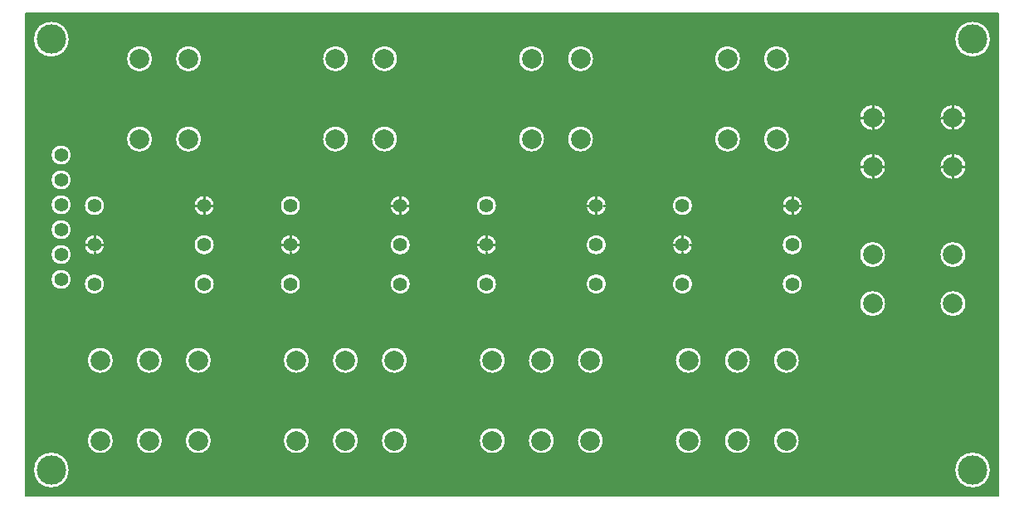
<source format=gbl>
G04 Layer: BottomLayer*
G04 EasyEDA Pro v2.2.35.2, 2025-01-10 12:23:15*
G04 Gerber Generator version 0.3*
G04 Scale: 100 percent, Rotated: No, Reflected: No*
G04 Dimensions in millimeters*
G04 Leading zeros omitted, absolute positions, 4 integers and 5 decimals*
%FSLAX45Y45*%
%MOMM*%
%ADD10C,0.2032*%
%ADD11C,0.254*%
%ADD12C,3.0*%
%ADD13C,1.4*%
%ADD14C,2.0*%
G75*


G04 Copper Start*
G36*
G01X9964186Y4964186D02*
G01X9964186Y35814D01*
G01X35814Y35814D01*
G01X35814Y4964186D01*
G01X9964186Y4964186D01*
G37*
%LPC*%
G36*
G01X114186Y4700000D02*
G03X485814Y4700000I185814J0D01*
G03X114186Y4700000I-185814J0D01*
G37*
G36*
G01X114186Y300000D02*
G03X485814Y300000I185814J0D01*
G03X114186Y300000I-185814J0D01*
G37*
G36*
G01X294186Y3262000D02*
G03X505814Y3262000I105814J0D01*
G03X294186Y3262000I-105814J0D01*
G37*
G36*
G01X294186Y2500000D02*
G03X505814Y2500000I105814J0D01*
G03X294186Y2500000I-105814J0D01*
G37*
G36*
G01X294186Y2754000D02*
G03X505814Y2754000I105814J0D01*
G03X294186Y2754000I-105814J0D01*
G37*
G36*
G01X294186Y3008000D02*
G03X505814Y3008000I105814J0D01*
G03X294186Y3008000I-105814J0D01*
G37*
G36*
G01X294186Y3516000D02*
G03X505814Y3516000I105814J0D01*
G03X294186Y3516000I-105814J0D01*
G37*
G36*
G01X294186Y2246000D02*
G03X505814Y2246000I105814J0D01*
G03X294186Y2246000I-105814J0D01*
G37*
G36*
G01X634192Y2200000D02*
G03X845820Y2200000I105814J0D01*
G03X634192Y2200000I-105814J0D01*
G37*
G36*
G01X634192Y2600000D02*
G03X845820Y2600000I105814J0D01*
G03X634192Y2600000I-105814J0D01*
G37*
G36*
G01X634192Y3000000D02*
G03X845820Y3000000I105814J0D01*
G03X634192Y3000000I-105814J0D01*
G37*
G36*
G01X664186Y1420000D02*
G03X935814Y1420000I135814J0D01*
G03X664186Y1420000I-135814J0D01*
G37*
G36*
G01X664186Y600000D02*
G03X935814Y600000I135814J0D01*
G03X664186Y600000I-135814J0D01*
G37*
G36*
G01X1335814Y4500000D02*
G03X1064186Y4500000I-135814J0D01*
G03X1335814Y4500000I135814J0D01*
G37*
G36*
G01X1335814Y3680000D02*
G03X1064186Y3680000I-135814J0D01*
G03X1335814Y3680000I135814J0D01*
G37*
G36*
G01X1164186Y1420000D02*
G03X1435814Y1420000I135814J0D01*
G03X1164186Y1420000I-135814J0D01*
G37*
G36*
G01X1164186Y600000D02*
G03X1435814Y600000I135814J0D01*
G03X1164186Y600000I-135814J0D01*
G37*
G36*
G01X1835814Y4500000D02*
G03X1564186Y4500000I-135814J0D01*
G03X1835814Y4500000I135814J0D01*
G37*
G36*
G01X1835814Y3680000D02*
G03X1564186Y3680000I-135814J0D01*
G03X1835814Y3680000I135814J0D01*
G37*
G36*
G01X1664186Y1420000D02*
G03X1935814Y1420000I135814J0D01*
G03X1664186Y1420000I-135814J0D01*
G37*
G36*
G01X1664186Y600000D02*
G03X1935814Y600000I135814J0D01*
G03X1664186Y600000I-135814J0D01*
G37*
G36*
G01X1965808Y2600000D02*
G03X1754180Y2600000I-105814J0D01*
G03X1965808Y2600000I105814J0D01*
G37*
G36*
G01X1965808Y3000000D02*
G03X1754180Y3000000I-105814J0D01*
G03X1965808Y3000000I105814J0D01*
G37*
G36*
G01X1965808Y2200000D02*
G03X1754180Y2200000I-105814J0D01*
G03X1965808Y2200000I105814J0D01*
G37*
G36*
G01X2634192Y2600000D02*
G03X2845820Y2600000I105814J0D01*
G03X2634192Y2600000I-105814J0D01*
G37*
G36*
G01X2634192Y3000000D02*
G03X2845820Y3000000I105814J0D01*
G03X2634192Y3000000I-105814J0D01*
G37*
G36*
G01X2634192Y2200000D02*
G03X2845820Y2200000I105814J0D01*
G03X2634192Y2200000I-105814J0D01*
G37*
G36*
G01X2664186Y1420000D02*
G03X2935814Y1420000I135814J0D01*
G03X2664186Y1420000I-135814J0D01*
G37*
G36*
G01X2664186Y600000D02*
G03X2935814Y600000I135814J0D01*
G03X2664186Y600000I-135814J0D01*
G37*
G36*
G01X3335814Y4500000D02*
G03X3064186Y4500000I-135814J0D01*
G03X3335814Y4500000I135814J0D01*
G37*
G36*
G01X3335814Y3680000D02*
G03X3064186Y3680000I-135814J0D01*
G03X3335814Y3680000I135814J0D01*
G37*
G36*
G01X3164186Y1420000D02*
G03X3435814Y1420000I135814J0D01*
G03X3164186Y1420000I-135814J0D01*
G37*
G36*
G01X3164186Y600000D02*
G03X3435814Y600000I135814J0D01*
G03X3164186Y600000I-135814J0D01*
G37*
G36*
G01X3835814Y4500000D02*
G03X3564186Y4500000I-135814J0D01*
G03X3835814Y4500000I135814J0D01*
G37*
G36*
G01X3835814Y3680000D02*
G03X3564186Y3680000I-135814J0D01*
G03X3835814Y3680000I135814J0D01*
G37*
G36*
G01X3664186Y1420000D02*
G03X3935814Y1420000I135814J0D01*
G03X3664186Y1420000I-135814J0D01*
G37*
G36*
G01X3664186Y600000D02*
G03X3935814Y600000I135814J0D01*
G03X3664186Y600000I-135814J0D01*
G37*
G36*
G01X3965808Y2600000D02*
G03X3754180Y2600000I-105814J0D01*
G03X3965808Y2600000I105814J0D01*
G37*
G36*
G01X3965808Y3000000D02*
G03X3754180Y3000000I-105814J0D01*
G03X3965808Y3000000I105814J0D01*
G37*
G36*
G01X3965808Y2200000D02*
G03X3754180Y2200000I-105814J0D01*
G03X3965808Y2200000I105814J0D01*
G37*
G36*
G01X4634192Y3000000D02*
G03X4845820Y3000000I105814J0D01*
G03X4634192Y3000000I-105814J0D01*
G37*
G36*
G01X4634192Y2600000D02*
G03X4845820Y2600000I105814J0D01*
G03X4634192Y2600000I-105814J0D01*
G37*
G36*
G01X4634192Y2200000D02*
G03X4845820Y2200000I105814J0D01*
G03X4634192Y2200000I-105814J0D01*
G37*
G36*
G01X4664186Y1420000D02*
G03X4935814Y1420000I135814J0D01*
G03X4664186Y1420000I-135814J0D01*
G37*
G36*
G01X4664186Y600000D02*
G03X4935814Y600000I135814J0D01*
G03X4664186Y600000I-135814J0D01*
G37*
G36*
G01X5335814Y3680000D02*
G03X5064186Y3680000I-135814J0D01*
G03X5335814Y3680000I135814J0D01*
G37*
G36*
G01X5335814Y4500000D02*
G03X5064186Y4500000I-135814J0D01*
G03X5335814Y4500000I135814J0D01*
G37*
G36*
G01X5164186Y1420000D02*
G03X5435814Y1420000I135814J0D01*
G03X5164186Y1420000I-135814J0D01*
G37*
G36*
G01X5164186Y600000D02*
G03X5435814Y600000I135814J0D01*
G03X5164186Y600000I-135814J0D01*
G37*
G36*
G01X5835814Y4500000D02*
G03X5564186Y4500000I-135814J0D01*
G03X5835814Y4500000I135814J0D01*
G37*
G36*
G01X5835814Y3680000D02*
G03X5564186Y3680000I-135814J0D01*
G03X5835814Y3680000I135814J0D01*
G37*
G36*
G01X5664186Y1420000D02*
G03X5935814Y1420000I135814J0D01*
G03X5664186Y1420000I-135814J0D01*
G37*
G36*
G01X5664186Y600000D02*
G03X5935814Y600000I135814J0D01*
G03X5664186Y600000I-135814J0D01*
G37*
G36*
G01X5965808Y3000000D02*
G03X5754180Y3000000I-105814J0D01*
G03X5965808Y3000000I105814J0D01*
G37*
G36*
G01X5965808Y2600000D02*
G03X5754180Y2600000I-105814J0D01*
G03X5965808Y2600000I105814J0D01*
G37*
G36*
G01X5965808Y2200000D02*
G03X5754180Y2200000I-105814J0D01*
G03X5965808Y2200000I105814J0D01*
G37*
G36*
G01X6634192Y3000000D02*
G03X6845820Y3000000I105814J0D01*
G03X6634192Y3000000I-105814J0D01*
G37*
G36*
G01X6634192Y2600000D02*
G03X6845820Y2600000I105814J0D01*
G03X6634192Y2600000I-105814J0D01*
G37*
G36*
G01X6634192Y2200000D02*
G03X6845820Y2200000I105814J0D01*
G03X6634192Y2200000I-105814J0D01*
G37*
G36*
G01X6664186Y1420000D02*
G03X6935814Y1420000I135814J0D01*
G03X6664186Y1420000I-135814J0D01*
G37*
G36*
G01X6664186Y600000D02*
G03X6935814Y600000I135814J0D01*
G03X6664186Y600000I-135814J0D01*
G37*
G36*
G01X7335814Y4500000D02*
G03X7064186Y4500000I-135814J0D01*
G03X7335814Y4500000I135814J0D01*
G37*
G36*
G01X7335814Y3680000D02*
G03X7064186Y3680000I-135814J0D01*
G03X7335814Y3680000I135814J0D01*
G37*
G36*
G01X7164186Y1420000D02*
G03X7435814Y1420000I135814J0D01*
G03X7164186Y1420000I-135814J0D01*
G37*
G36*
G01X7164186Y600000D02*
G03X7435814Y600000I135814J0D01*
G03X7164186Y600000I-135814J0D01*
G37*
G36*
G01X7835814Y4500000D02*
G03X7564186Y4500000I-135814J0D01*
G03X7835814Y4500000I135814J0D01*
G37*
G36*
G01X7835814Y3680000D02*
G03X7564186Y3680000I-135814J0D01*
G03X7835814Y3680000I135814J0D01*
G37*
G36*
G01X7664186Y1420000D02*
G03X7935814Y1420000I135814J0D01*
G03X7664186Y1420000I-135814J0D01*
G37*
G36*
G01X7664186Y600000D02*
G03X7935814Y600000I135814J0D01*
G03X7664186Y600000I-135814J0D01*
G37*
G36*
G01X7965808Y3000000D02*
G03X7754180Y3000000I-105814J0D01*
G03X7965808Y3000000I105814J0D01*
G37*
G36*
G01X7965808Y2600000D02*
G03X7754180Y2600000I-105814J0D01*
G03X7965808Y2600000I105814J0D01*
G37*
G36*
G01X7965808Y2200000D02*
G03X7754180Y2200000I-105814J0D01*
G03X7965808Y2200000I105814J0D01*
G37*
G36*
G01X8680000Y3264186D02*
G03X8680000Y3535814I0J135814D01*
G03X8680000Y3264186I0J-135814D01*
G37*
G36*
G01X8680000Y2364186D02*
G03X8680000Y2635814I0J135814D01*
G03X8680000Y2364186I0J-135814D01*
G37*
G36*
G01X8680000Y3764186D02*
G03X8680000Y4035814I0J135814D01*
G03X8680000Y3764186I0J-135814D01*
G37*
G36*
G01X8680000Y1864186D02*
G03X8680000Y2135814I0J135814D01*
G03X8680000Y1864186I0J-135814D01*
G37*
G36*
G01X9500000Y3264186D02*
G03X9500000Y3535814I0J135814D01*
G03X9500000Y3264186I0J-135814D01*
G37*
G36*
G01X9500000Y2364186D02*
G03X9500000Y2635814I0J135814D01*
G03X9500000Y2364186I0J-135814D01*
G37*
G36*
G01X9500000Y3764186D02*
G03X9500000Y4035814I0J135814D01*
G03X9500000Y3764186I0J-135814D01*
G37*
G36*
G01X9500000Y1864186D02*
G03X9500000Y2135814I0J135814D01*
G03X9500000Y1864186I0J-135814D01*
G37*
G36*
G01X9514186Y4700000D02*
G03X9885814Y4700000I185814J0D01*
G03X9514186Y4700000I-185814J0D01*
G37*
G36*
G01X9514186Y300000D02*
G03X9885814Y300000I185814J0D01*
G03X9514186Y300000I-185814J0D01*
G37*
%LPD*%
G54D10*
G01X9964186Y4964186D02*
G01X9964186Y35814D01*
G01X35814Y35814D01*
G01X35814Y4964186D01*
G01X9964186Y4964186D01*
G01X114186Y4700000D02*
G03X485814Y4700000I185814J0D01*
G03X114186Y4700000I-185814J0D01*
G01X114186Y300000D02*
G03X485814Y300000I185814J0D01*
G03X114186Y300000I-185814J0D01*
G01X294186Y3262000D02*
G03X505814Y3262000I105814J0D01*
G03X294186Y3262000I-105814J0D01*
G01X294186Y2500000D02*
G03X505814Y2500000I105814J0D01*
G03X294186Y2500000I-105814J0D01*
G01X294186Y2754000D02*
G03X505814Y2754000I105814J0D01*
G03X294186Y2754000I-105814J0D01*
G01X294186Y3008000D02*
G03X505814Y3008000I105814J0D01*
G03X294186Y3008000I-105814J0D01*
G01X294186Y3516000D02*
G03X505814Y3516000I105814J0D01*
G03X294186Y3516000I-105814J0D01*
G01X294186Y2246000D02*
G03X505814Y2246000I105814J0D01*
G03X294186Y2246000I-105814J0D01*
G01X634192Y2200000D02*
G03X845820Y2200000I105814J0D01*
G03X634192Y2200000I-105814J0D01*
G01X634192Y2600000D02*
G03X845820Y2600000I105814J0D01*
G03X634192Y2600000I-105814J0D01*
G01X634192Y3000000D02*
G03X845820Y3000000I105814J0D01*
G03X634192Y3000000I-105814J0D01*
G01X664186Y1420000D02*
G03X935814Y1420000I135814J0D01*
G03X664186Y1420000I-135814J0D01*
G01X664186Y600000D02*
G03X935814Y600000I135814J0D01*
G03X664186Y600000I-135814J0D01*
G01X1335814Y4500000D02*
G03X1064186Y4500000I-135814J0D01*
G03X1335814Y4500000I135814J0D01*
G01X1335814Y3680000D02*
G03X1064186Y3680000I-135814J0D01*
G03X1335814Y3680000I135814J0D01*
G01X1164186Y1420000D02*
G03X1435814Y1420000I135814J0D01*
G03X1164186Y1420000I-135814J0D01*
G01X1164186Y600000D02*
G03X1435814Y600000I135814J0D01*
G03X1164186Y600000I-135814J0D01*
G01X1835814Y4500000D02*
G03X1564186Y4500000I-135814J0D01*
G03X1835814Y4500000I135814J0D01*
G01X1835814Y3680000D02*
G03X1564186Y3680000I-135814J0D01*
G03X1835814Y3680000I135814J0D01*
G01X1664186Y1420000D02*
G03X1935814Y1420000I135814J0D01*
G03X1664186Y1420000I-135814J0D01*
G01X1664186Y600000D02*
G03X1935814Y600000I135814J0D01*
G03X1664186Y600000I-135814J0D01*
G01X1965808Y2600000D02*
G03X1754180Y2600000I-105814J0D01*
G03X1965808Y2600000I105814J0D01*
G01X1965808Y3000000D02*
G03X1754180Y3000000I-105814J0D01*
G03X1965808Y3000000I105814J0D01*
G01X1965808Y2200000D02*
G03X1754180Y2200000I-105814J0D01*
G03X1965808Y2200000I105814J0D01*
G01X2634192Y2600000D02*
G03X2845820Y2600000I105814J0D01*
G03X2634192Y2600000I-105814J0D01*
G01X2634192Y3000000D02*
G03X2845820Y3000000I105814J0D01*
G03X2634192Y3000000I-105814J0D01*
G01X2634192Y2200000D02*
G03X2845820Y2200000I105814J0D01*
G03X2634192Y2200000I-105814J0D01*
G01X2664186Y1420000D02*
G03X2935814Y1420000I135814J0D01*
G03X2664186Y1420000I-135814J0D01*
G01X2664186Y600000D02*
G03X2935814Y600000I135814J0D01*
G03X2664186Y600000I-135814J0D01*
G01X3335814Y4500000D02*
G03X3064186Y4500000I-135814J0D01*
G03X3335814Y4500000I135814J0D01*
G01X3335814Y3680000D02*
G03X3064186Y3680000I-135814J0D01*
G03X3335814Y3680000I135814J0D01*
G01X3164186Y1420000D02*
G03X3435814Y1420000I135814J0D01*
G03X3164186Y1420000I-135814J0D01*
G01X3164186Y600000D02*
G03X3435814Y600000I135814J0D01*
G03X3164186Y600000I-135814J0D01*
G01X3835814Y4500000D02*
G03X3564186Y4500000I-135814J0D01*
G03X3835814Y4500000I135814J0D01*
G01X3835814Y3680000D02*
G03X3564186Y3680000I-135814J0D01*
G03X3835814Y3680000I135814J0D01*
G01X3664186Y1420000D02*
G03X3935814Y1420000I135814J0D01*
G03X3664186Y1420000I-135814J0D01*
G01X3664186Y600000D02*
G03X3935814Y600000I135814J0D01*
G03X3664186Y600000I-135814J0D01*
G01X3965808Y2600000D02*
G03X3754180Y2600000I-105814J0D01*
G03X3965808Y2600000I105814J0D01*
G01X3965808Y3000000D02*
G03X3754180Y3000000I-105814J0D01*
G03X3965808Y3000000I105814J0D01*
G01X3965808Y2200000D02*
G03X3754180Y2200000I-105814J0D01*
G03X3965808Y2200000I105814J0D01*
G01X4634192Y3000000D02*
G03X4845820Y3000000I105814J0D01*
G03X4634192Y3000000I-105814J0D01*
G01X4634192Y2600000D02*
G03X4845820Y2600000I105814J0D01*
G03X4634192Y2600000I-105814J0D01*
G01X4634192Y2200000D02*
G03X4845820Y2200000I105814J0D01*
G03X4634192Y2200000I-105814J0D01*
G01X4664186Y1420000D02*
G03X4935814Y1420000I135814J0D01*
G03X4664186Y1420000I-135814J0D01*
G01X4664186Y600000D02*
G03X4935814Y600000I135814J0D01*
G03X4664186Y600000I-135814J0D01*
G01X5335814Y3680000D02*
G03X5064186Y3680000I-135814J0D01*
G03X5335814Y3680000I135814J0D01*
G01X5335814Y4500000D02*
G03X5064186Y4500000I-135814J0D01*
G03X5335814Y4500000I135814J0D01*
G01X5164186Y1420000D02*
G03X5435814Y1420000I135814J0D01*
G03X5164186Y1420000I-135814J0D01*
G01X5164186Y600000D02*
G03X5435814Y600000I135814J0D01*
G03X5164186Y600000I-135814J0D01*
G01X5835814Y4500000D02*
G03X5564186Y4500000I-135814J0D01*
G03X5835814Y4500000I135814J0D01*
G01X5835814Y3680000D02*
G03X5564186Y3680000I-135814J0D01*
G03X5835814Y3680000I135814J0D01*
G01X5664186Y1420000D02*
G03X5935814Y1420000I135814J0D01*
G03X5664186Y1420000I-135814J0D01*
G01X5664186Y600000D02*
G03X5935814Y600000I135814J0D01*
G03X5664186Y600000I-135814J0D01*
G01X5965808Y3000000D02*
G03X5754180Y3000000I-105814J0D01*
G03X5965808Y3000000I105814J0D01*
G01X5965808Y2600000D02*
G03X5754180Y2600000I-105814J0D01*
G03X5965808Y2600000I105814J0D01*
G01X5965808Y2200000D02*
G03X5754180Y2200000I-105814J0D01*
G03X5965808Y2200000I105814J0D01*
G01X6634192Y3000000D02*
G03X6845820Y3000000I105814J0D01*
G03X6634192Y3000000I-105814J0D01*
G01X6634192Y2600000D02*
G03X6845820Y2600000I105814J0D01*
G03X6634192Y2600000I-105814J0D01*
G01X6634192Y2200000D02*
G03X6845820Y2200000I105814J0D01*
G03X6634192Y2200000I-105814J0D01*
G01X6664186Y1420000D02*
G03X6935814Y1420000I135814J0D01*
G03X6664186Y1420000I-135814J0D01*
G01X6664186Y600000D02*
G03X6935814Y600000I135814J0D01*
G03X6664186Y600000I-135814J0D01*
G01X7335814Y4500000D02*
G03X7064186Y4500000I-135814J0D01*
G03X7335814Y4500000I135814J0D01*
G01X7335814Y3680000D02*
G03X7064186Y3680000I-135814J0D01*
G03X7335814Y3680000I135814J0D01*
G01X7164186Y1420000D02*
G03X7435814Y1420000I135814J0D01*
G03X7164186Y1420000I-135814J0D01*
G01X7164186Y600000D02*
G03X7435814Y600000I135814J0D01*
G03X7164186Y600000I-135814J0D01*
G01X7835814Y4500000D02*
G03X7564186Y4500000I-135814J0D01*
G03X7835814Y4500000I135814J0D01*
G01X7835814Y3680000D02*
G03X7564186Y3680000I-135814J0D01*
G03X7835814Y3680000I135814J0D01*
G01X7664186Y1420000D02*
G03X7935814Y1420000I135814J0D01*
G03X7664186Y1420000I-135814J0D01*
G01X7664186Y600000D02*
G03X7935814Y600000I135814J0D01*
G03X7664186Y600000I-135814J0D01*
G01X7965808Y3000000D02*
G03X7754180Y3000000I-105814J0D01*
G03X7965808Y3000000I105814J0D01*
G01X7965808Y2600000D02*
G03X7754180Y2600000I-105814J0D01*
G03X7965808Y2600000I105814J0D01*
G01X7965808Y2200000D02*
G03X7754180Y2200000I-105814J0D01*
G03X7965808Y2200000I105814J0D01*
G01X8680000Y3264186D02*
G03X8680000Y3535814I0J135814D01*
G03X8680000Y3264186I0J-135814D01*
G01X8680000Y2364186D02*
G03X8680000Y2635814I0J135814D01*
G03X8680000Y2364186I0J-135814D01*
G01X8680000Y3764186D02*
G03X8680000Y4035814I0J135814D01*
G03X8680000Y3764186I0J-135814D01*
G01X8680000Y1864186D02*
G03X8680000Y2135814I0J135814D01*
G03X8680000Y1864186I0J-135814D01*
G01X9500000Y3264186D02*
G03X9500000Y3535814I0J135814D01*
G03X9500000Y3264186I0J-135814D01*
G01X9500000Y2364186D02*
G03X9500000Y2635814I0J135814D01*
G03X9500000Y2364186I0J-135814D01*
G01X9500000Y3764186D02*
G03X9500000Y4035814I0J135814D01*
G03X9500000Y3764186I0J-135814D01*
G01X9500000Y1864186D02*
G03X9500000Y2135814I0J135814D01*
G03X9500000Y1864186I0J-135814D01*
G01X9514186Y4700000D02*
G03X9885814Y4700000I185814J0D01*
G03X9514186Y4700000I-185814J0D01*
G01X9514186Y300000D02*
G03X9885814Y300000I185814J0D01*
G03X9514186Y300000I-185814J0D01*
G54D11*
G01X670260Y2600000D02*
G01X644352Y2600000D01*
G01X809752Y2600000D02*
G01X835660Y2600000D01*
G01X740006Y2669746D02*
G01X740006Y2695654D01*
G01X740006Y2530254D02*
G01X740006Y2504346D01*
G01X1929740Y3000000D02*
G01X1955648Y3000000D01*
G01X1790248Y3000000D02*
G01X1764340Y3000000D01*
G01X1859994Y2930254D02*
G01X1859994Y2904346D01*
G01X1859994Y3069746D02*
G01X1859994Y3095654D01*
G01X2670260Y2600000D02*
G01X2644352Y2600000D01*
G01X2809752Y2600000D02*
G01X2835660Y2600000D01*
G01X2740006Y2669746D02*
G01X2740006Y2695654D01*
G01X2740006Y2530254D02*
G01X2740006Y2504346D01*
G01X3929740Y3000000D02*
G01X3955648Y3000000D01*
G01X3790248Y3000000D02*
G01X3764340Y3000000D01*
G01X3859994Y2930254D02*
G01X3859994Y2904346D01*
G01X3859994Y3069746D02*
G01X3859994Y3095654D01*
G01X4670260Y2600000D02*
G01X4644352Y2600000D01*
G01X4809752Y2600000D02*
G01X4835660Y2600000D01*
G01X4740006Y2669746D02*
G01X4740006Y2695654D01*
G01X4740006Y2530254D02*
G01X4740006Y2504346D01*
G01X5929740Y3000000D02*
G01X5955648Y3000000D01*
G01X5790248Y3000000D02*
G01X5764340Y3000000D01*
G01X5859994Y2930254D02*
G01X5859994Y2904346D01*
G01X5859994Y3069746D02*
G01X5859994Y3095654D01*
G01X6670260Y2600000D02*
G01X6644352Y2600000D01*
G01X6809752Y2600000D02*
G01X6835660Y2600000D01*
G01X6740006Y2669746D02*
G01X6740006Y2695654D01*
G01X6740006Y2530254D02*
G01X6740006Y2504346D01*
G01X7929740Y3000000D02*
G01X7955648Y3000000D01*
G01X7790248Y3000000D02*
G01X7764340Y3000000D01*
G01X7859994Y2930254D02*
G01X7859994Y2904346D01*
G01X7859994Y3069746D02*
G01X7859994Y3095654D01*
G01X8680000Y3300254D02*
G01X8680000Y3274346D01*
G01X8680000Y3499746D02*
G01X8680000Y3525654D01*
G01X8580254Y3400000D02*
G01X8554346Y3400000D01*
G01X8779746Y3400000D02*
G01X8805654Y3400000D01*
G01X8680000Y3800254D02*
G01X8680000Y3774346D01*
G01X8680000Y3999746D02*
G01X8680000Y4025654D01*
G01X8580254Y3900000D02*
G01X8554346Y3900000D01*
G01X8779746Y3900000D02*
G01X8805654Y3900000D01*
G01X9500000Y3300254D02*
G01X9500000Y3274346D01*
G01X9500000Y3499746D02*
G01X9500000Y3525654D01*
G01X9400254Y3400000D02*
G01X9374346Y3400000D01*
G01X9599746Y3400000D02*
G01X9625654Y3400000D01*
G01X9500000Y3800254D02*
G01X9500000Y3774346D01*
G01X9500000Y3999746D02*
G01X9500000Y4025654D01*
G01X9400254Y3900000D02*
G01X9374346Y3900000D01*
G01X9599746Y3900000D02*
G01X9625654Y3900000D01*
G04 Copper End*

G04 Pad Start*
G54D12*
G01X300000Y300000D03*
G01X300000Y4700000D03*
G01X9700000Y4700000D03*
G01X9700000Y300000D03*
G54D13*
G01X400000Y3008000D03*
G01X400000Y2754000D03*
G01X400000Y2500000D03*
G01X400000Y2246000D03*
G01X400000Y3516000D03*
G01X400000Y3262000D03*
G54D14*
G01X800000Y600000D03*
G01X1300000Y600000D03*
G01X1800000Y600000D03*
G01X800000Y1420000D03*
G01X1300000Y1420000D03*
G01X1800000Y1420000D03*
G54D13*
G01X740006Y2200000D03*
G01X1859994Y2200000D03*
G01X1859994Y2600000D03*
G01X740006Y2600000D03*
G01X740006Y3000000D03*
G01X1859994Y3000000D03*
G54D14*
G01X1700000Y3680000D03*
G01X1200000Y3680000D03*
G01X1700000Y4500000D03*
G01X1200000Y4500000D03*
G01X8680000Y3400000D03*
G01X8680000Y3900000D03*
G01X9500000Y3400000D03*
G01X9500000Y3900000D03*
G01X8680000Y2000000D03*
G01X8680000Y2500000D03*
G01X9500000Y2000000D03*
G01X9500000Y2500000D03*
G01X2800000Y600000D03*
G01X3300000Y600000D03*
G01X3800000Y600000D03*
G01X2800000Y1420000D03*
G01X3300000Y1420000D03*
G01X3800000Y1420000D03*
G54D13*
G01X2740006Y2200000D03*
G01X3859994Y2200000D03*
G01X3859994Y2600000D03*
G01X2740006Y2600000D03*
G01X2740006Y3000000D03*
G01X3859994Y3000000D03*
G54D14*
G01X3700000Y3680000D03*
G01X3200000Y3680000D03*
G01X3700000Y4500000D03*
G01X3200000Y4500000D03*
G01X4800000Y600000D03*
G01X5300000Y600000D03*
G01X5800000Y600000D03*
G01X4800000Y1420000D03*
G01X5300000Y1420000D03*
G01X5800000Y1420000D03*
G54D13*
G01X4740006Y2200000D03*
G01X5859994Y2200000D03*
G01X5859994Y2600000D03*
G01X4740006Y2600000D03*
G01X4740006Y3000000D03*
G01X5859994Y3000000D03*
G54D14*
G01X5700000Y3680000D03*
G01X5200000Y3680000D03*
G01X5700000Y4500000D03*
G01X5200000Y4500000D03*
G01X6800000Y600000D03*
G01X7300000Y600000D03*
G01X7800000Y600000D03*
G01X6800000Y1420000D03*
G01X7300000Y1420000D03*
G01X7800000Y1420000D03*
G54D13*
G01X6740006Y2200000D03*
G01X7859994Y2200000D03*
G01X7859994Y2600000D03*
G01X6740006Y2600000D03*
G01X6740006Y3000000D03*
G01X7859994Y3000000D03*
G54D14*
G01X7700000Y3680000D03*
G01X7200000Y3680000D03*
G01X7700000Y4500000D03*
G01X7200000Y4500000D03*
G04 Pad End*

M02*


</source>
